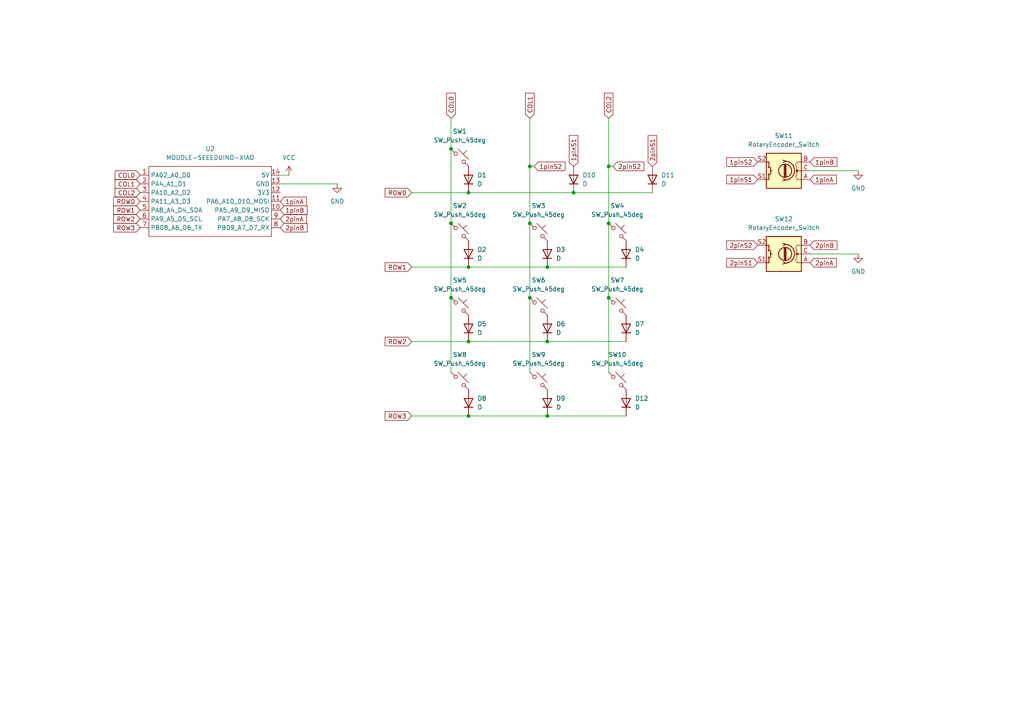
<source format=kicad_sch>
(kicad_sch
	(version 20231120)
	(generator "eeschema")
	(generator_version "8.0")
	(uuid "22a2d135-7815-4339-814c-dd4b45208a7f")
	(paper "A4")
	(lib_symbols
		(symbol "Device:D"
			(pin_numbers hide)
			(pin_names
				(offset 1.016) hide)
			(exclude_from_sim no)
			(in_bom yes)
			(on_board yes)
			(property "Reference" "D"
				(at 0 2.54 0)
				(effects
					(font
						(size 1.27 1.27)
					)
				)
			)
			(property "Value" "D"
				(at 0 -2.54 0)
				(effects
					(font
						(size 1.27 1.27)
					)
				)
			)
			(property "Footprint" ""
				(at 0 0 0)
				(effects
					(font
						(size 1.27 1.27)
					)
					(hide yes)
				)
			)
			(property "Datasheet" "~"
				(at 0 0 0)
				(effects
					(font
						(size 1.27 1.27)
					)
					(hide yes)
				)
			)
			(property "Description" "Diode"
				(at 0 0 0)
				(effects
					(font
						(size 1.27 1.27)
					)
					(hide yes)
				)
			)
			(property "Sim.Device" "D"
				(at 0 0 0)
				(effects
					(font
						(size 1.27 1.27)
					)
					(hide yes)
				)
			)
			(property "Sim.Pins" "1=K 2=A"
				(at 0 0 0)
				(effects
					(font
						(size 1.27 1.27)
					)
					(hide yes)
				)
			)
			(property "ki_keywords" "diode"
				(at 0 0 0)
				(effects
					(font
						(size 1.27 1.27)
					)
					(hide yes)
				)
			)
			(property "ki_fp_filters" "TO-???* *_Diode_* *SingleDiode* D_*"
				(at 0 0 0)
				(effects
					(font
						(size 1.27 1.27)
					)
					(hide yes)
				)
			)
			(symbol "D_0_1"
				(polyline
					(pts
						(xy -1.27 1.27) (xy -1.27 -1.27)
					)
					(stroke
						(width 0.254)
						(type default)
					)
					(fill
						(type none)
					)
				)
				(polyline
					(pts
						(xy 1.27 0) (xy -1.27 0)
					)
					(stroke
						(width 0)
						(type default)
					)
					(fill
						(type none)
					)
				)
				(polyline
					(pts
						(xy 1.27 1.27) (xy 1.27 -1.27) (xy -1.27 0) (xy 1.27 1.27)
					)
					(stroke
						(width 0.254)
						(type default)
					)
					(fill
						(type none)
					)
				)
			)
			(symbol "D_1_1"
				(pin passive line
					(at -3.81 0 0)
					(length 2.54)
					(name "K"
						(effects
							(font
								(size 1.27 1.27)
							)
						)
					)
					(number "1"
						(effects
							(font
								(size 1.27 1.27)
							)
						)
					)
				)
				(pin passive line
					(at 3.81 0 180)
					(length 2.54)
					(name "A"
						(effects
							(font
								(size 1.27 1.27)
							)
						)
					)
					(number "2"
						(effects
							(font
								(size 1.27 1.27)
							)
						)
					)
				)
			)
		)
		(symbol "Device:RotaryEncoder_Switch"
			(pin_names
				(offset 0.254) hide)
			(exclude_from_sim no)
			(in_bom yes)
			(on_board yes)
			(property "Reference" "SW"
				(at 0 6.604 0)
				(effects
					(font
						(size 1.27 1.27)
					)
				)
			)
			(property "Value" "RotaryEncoder_Switch"
				(at 0 -6.604 0)
				(effects
					(font
						(size 1.27 1.27)
					)
				)
			)
			(property "Footprint" ""
				(at -3.81 4.064 0)
				(effects
					(font
						(size 1.27 1.27)
					)
					(hide yes)
				)
			)
			(property "Datasheet" "~"
				(at 0 6.604 0)
				(effects
					(font
						(size 1.27 1.27)
					)
					(hide yes)
				)
			)
			(property "Description" "Rotary encoder, dual channel, incremental quadrate outputs, with switch"
				(at 0 0 0)
				(effects
					(font
						(size 1.27 1.27)
					)
					(hide yes)
				)
			)
			(property "ki_keywords" "rotary switch encoder switch push button"
				(at 0 0 0)
				(effects
					(font
						(size 1.27 1.27)
					)
					(hide yes)
				)
			)
			(property "ki_fp_filters" "RotaryEncoder*Switch*"
				(at 0 0 0)
				(effects
					(font
						(size 1.27 1.27)
					)
					(hide yes)
				)
			)
			(symbol "RotaryEncoder_Switch_0_1"
				(rectangle
					(start -5.08 5.08)
					(end 5.08 -5.08)
					(stroke
						(width 0.254)
						(type default)
					)
					(fill
						(type background)
					)
				)
				(circle
					(center -3.81 0)
					(radius 0.254)
					(stroke
						(width 0)
						(type default)
					)
					(fill
						(type outline)
					)
				)
				(circle
					(center -0.381 0)
					(radius 1.905)
					(stroke
						(width 0.254)
						(type default)
					)
					(fill
						(type none)
					)
				)
				(arc
					(start -0.381 2.667)
					(mid -3.0988 -0.0635)
					(end -0.381 -2.794)
					(stroke
						(width 0.254)
						(type default)
					)
					(fill
						(type none)
					)
				)
				(polyline
					(pts
						(xy -0.635 -1.778) (xy -0.635 1.778)
					)
					(stroke
						(width 0.254)
						(type default)
					)
					(fill
						(type none)
					)
				)
				(polyline
					(pts
						(xy -0.381 -1.778) (xy -0.381 1.778)
					)
					(stroke
						(width 0.254)
						(type default)
					)
					(fill
						(type none)
					)
				)
				(polyline
					(pts
						(xy -0.127 1.778) (xy -0.127 -1.778)
					)
					(stroke
						(width 0.254)
						(type default)
					)
					(fill
						(type none)
					)
				)
				(polyline
					(pts
						(xy 3.81 0) (xy 3.429 0)
					)
					(stroke
						(width 0.254)
						(type default)
					)
					(fill
						(type none)
					)
				)
				(polyline
					(pts
						(xy 3.81 1.016) (xy 3.81 -1.016)
					)
					(stroke
						(width 0.254)
						(type default)
					)
					(fill
						(type none)
					)
				)
				(polyline
					(pts
						(xy -5.08 -2.54) (xy -3.81 -2.54) (xy -3.81 -2.032)
					)
					(stroke
						(width 0)
						(type default)
					)
					(fill
						(type none)
					)
				)
				(polyline
					(pts
						(xy -5.08 2.54) (xy -3.81 2.54) (xy -3.81 2.032)
					)
					(stroke
						(width 0)
						(type default)
					)
					(fill
						(type none)
					)
				)
				(polyline
					(pts
						(xy 0.254 -3.048) (xy -0.508 -2.794) (xy 0.127 -2.413)
					)
					(stroke
						(width 0.254)
						(type default)
					)
					(fill
						(type none)
					)
				)
				(polyline
					(pts
						(xy 0.254 2.921) (xy -0.508 2.667) (xy 0.127 2.286)
					)
					(stroke
						(width 0.254)
						(type default)
					)
					(fill
						(type none)
					)
				)
				(polyline
					(pts
						(xy 5.08 -2.54) (xy 4.318 -2.54) (xy 4.318 -1.016)
					)
					(stroke
						(width 0.254)
						(type default)
					)
					(fill
						(type none)
					)
				)
				(polyline
					(pts
						(xy 5.08 2.54) (xy 4.318 2.54) (xy 4.318 1.016)
					)
					(stroke
						(width 0.254)
						(type default)
					)
					(fill
						(type none)
					)
				)
				(polyline
					(pts
						(xy -5.08 0) (xy -3.81 0) (xy -3.81 -1.016) (xy -3.302 -2.032)
					)
					(stroke
						(width 0)
						(type default)
					)
					(fill
						(type none)
					)
				)
				(polyline
					(pts
						(xy -4.318 0) (xy -3.81 0) (xy -3.81 1.016) (xy -3.302 2.032)
					)
					(stroke
						(width 0)
						(type default)
					)
					(fill
						(type none)
					)
				)
				(circle
					(center 4.318 -1.016)
					(radius 0.127)
					(stroke
						(width 0.254)
						(type default)
					)
					(fill
						(type none)
					)
				)
				(circle
					(center 4.318 1.016)
					(radius 0.127)
					(stroke
						(width 0.254)
						(type default)
					)
					(fill
						(type none)
					)
				)
			)
			(symbol "RotaryEncoder_Switch_1_1"
				(pin passive line
					(at -7.62 2.54 0)
					(length 2.54)
					(name "A"
						(effects
							(font
								(size 1.27 1.27)
							)
						)
					)
					(number "A"
						(effects
							(font
								(size 1.27 1.27)
							)
						)
					)
				)
				(pin passive line
					(at -7.62 -2.54 0)
					(length 2.54)
					(name "B"
						(effects
							(font
								(size 1.27 1.27)
							)
						)
					)
					(number "B"
						(effects
							(font
								(size 1.27 1.27)
							)
						)
					)
				)
				(pin passive line
					(at -7.62 0 0)
					(length 2.54)
					(name "C"
						(effects
							(font
								(size 1.27 1.27)
							)
						)
					)
					(number "C"
						(effects
							(font
								(size 1.27 1.27)
							)
						)
					)
				)
				(pin passive line
					(at 7.62 2.54 180)
					(length 2.54)
					(name "S1"
						(effects
							(font
								(size 1.27 1.27)
							)
						)
					)
					(number "S1"
						(effects
							(font
								(size 1.27 1.27)
							)
						)
					)
				)
				(pin passive line
					(at 7.62 -2.54 180)
					(length 2.54)
					(name "S2"
						(effects
							(font
								(size 1.27 1.27)
							)
						)
					)
					(number "S2"
						(effects
							(font
								(size 1.27 1.27)
							)
						)
					)
				)
			)
		)
		(symbol "MOUDLE-SEEEDUINO-XIAO:MOUDLE-SEEEDUINO-XIAO"
			(exclude_from_sim no)
			(in_bom yes)
			(on_board yes)
			(property "Reference" "U"
				(at -16.51 11.43 0)
				(effects
					(font
						(size 1.27 1.27)
					)
				)
			)
			(property "Value" "MOUDLE-SEEEDUINO-XIAO"
				(at -3.81 -11.43 0)
				(effects
					(font
						(size 1.27 1.27)
					)
				)
			)
			(property "Footprint" ""
				(at -16.51 2.54 0)
				(effects
					(font
						(size 1.27 1.27)
					)
					(hide yes)
				)
			)
			(property "Datasheet" ""
				(at -16.51 2.54 0)
				(effects
					(font
						(size 1.27 1.27)
					)
					(hide yes)
				)
			)
			(property "Description" ""
				(at 0 0 0)
				(effects
					(font
						(size 1.27 1.27)
					)
					(hide yes)
				)
			)
			(symbol "MOUDLE-SEEEDUINO-XIAO_0_1"
				(rectangle
					(start -16.51 10.16)
					(end 19.05 -10.16)
					(stroke
						(width 0)
						(type default)
					)
					(fill
						(type none)
					)
				)
			)
			(symbol "MOUDLE-SEEEDUINO-XIAO_1_1"
				(pin passive line
					(at -19.05 7.62 0)
					(length 2.54)
					(name "PA02_A0_D0"
						(effects
							(font
								(size 1.27 1.27)
							)
						)
					)
					(number "1"
						(effects
							(font
								(size 1.27 1.27)
							)
						)
					)
				)
				(pin passive line
					(at 21.59 -2.54 180)
					(length 2.54)
					(name "PA5_A9_D9_MISO"
						(effects
							(font
								(size 1.27 1.27)
							)
						)
					)
					(number "10"
						(effects
							(font
								(size 1.27 1.27)
							)
						)
					)
				)
				(pin passive line
					(at 21.59 0 180)
					(length 2.54)
					(name "PA6_A10_D10_MOSI"
						(effects
							(font
								(size 1.27 1.27)
							)
						)
					)
					(number "11"
						(effects
							(font
								(size 1.27 1.27)
							)
						)
					)
				)
				(pin passive line
					(at 21.59 2.54 180)
					(length 2.54)
					(name "3V3"
						(effects
							(font
								(size 1.27 1.27)
							)
						)
					)
					(number "12"
						(effects
							(font
								(size 1.27 1.27)
							)
						)
					)
				)
				(pin passive line
					(at 21.59 5.08 180)
					(length 2.54)
					(name "GND"
						(effects
							(font
								(size 1.27 1.27)
							)
						)
					)
					(number "13"
						(effects
							(font
								(size 1.27 1.27)
							)
						)
					)
				)
				(pin passive line
					(at 21.59 7.62 180)
					(length 2.54)
					(name "5V"
						(effects
							(font
								(size 1.27 1.27)
							)
						)
					)
					(number "14"
						(effects
							(font
								(size 1.27 1.27)
							)
						)
					)
				)
				(pin passive line
					(at -19.05 5.08 0)
					(length 2.54)
					(name "PA4_A1_D1"
						(effects
							(font
								(size 1.27 1.27)
							)
						)
					)
					(number "2"
						(effects
							(font
								(size 1.27 1.27)
							)
						)
					)
				)
				(pin passive line
					(at -19.05 2.54 0)
					(length 2.54)
					(name "PA10_A2_D2"
						(effects
							(font
								(size 1.27 1.27)
							)
						)
					)
					(number "3"
						(effects
							(font
								(size 1.27 1.27)
							)
						)
					)
				)
				(pin passive line
					(at -19.05 0 0)
					(length 2.54)
					(name "PA11_A3_D3"
						(effects
							(font
								(size 1.27 1.27)
							)
						)
					)
					(number "4"
						(effects
							(font
								(size 1.27 1.27)
							)
						)
					)
				)
				(pin passive line
					(at -19.05 -2.54 0)
					(length 2.54)
					(name "PA8_A4_D4_SDA"
						(effects
							(font
								(size 1.27 1.27)
							)
						)
					)
					(number "5"
						(effects
							(font
								(size 1.27 1.27)
							)
						)
					)
				)
				(pin passive line
					(at -19.05 -5.08 0)
					(length 2.54)
					(name "PA9_A5_D5_SCL"
						(effects
							(font
								(size 1.27 1.27)
							)
						)
					)
					(number "6"
						(effects
							(font
								(size 1.27 1.27)
							)
						)
					)
				)
				(pin passive line
					(at -19.05 -7.62 0)
					(length 2.54)
					(name "PB08_A6_D6_TX"
						(effects
							(font
								(size 1.27 1.27)
							)
						)
					)
					(number "7"
						(effects
							(font
								(size 1.27 1.27)
							)
						)
					)
				)
				(pin passive line
					(at 21.59 -7.62 180)
					(length 2.54)
					(name "PB09_A7_D7_RX"
						(effects
							(font
								(size 1.27 1.27)
							)
						)
					)
					(number "8"
						(effects
							(font
								(size 1.27 1.27)
							)
						)
					)
				)
				(pin passive line
					(at 21.59 -5.08 180)
					(length 2.54)
					(name "PA7_A8_D8_SCK"
						(effects
							(font
								(size 1.27 1.27)
							)
						)
					)
					(number "9"
						(effects
							(font
								(size 1.27 1.27)
							)
						)
					)
				)
			)
		)
		(symbol "Switch:SW_Push_45deg"
			(pin_numbers hide)
			(pin_names
				(offset 1.016) hide)
			(exclude_from_sim no)
			(in_bom yes)
			(on_board yes)
			(property "Reference" "SW"
				(at 3.048 1.016 0)
				(effects
					(font
						(size 1.27 1.27)
					)
					(justify left)
				)
			)
			(property "Value" "SW_Push_45deg"
				(at 0 -3.81 0)
				(effects
					(font
						(size 1.27 1.27)
					)
				)
			)
			(property "Footprint" ""
				(at 0 0 0)
				(effects
					(font
						(size 1.27 1.27)
					)
					(hide yes)
				)
			)
			(property "Datasheet" "~"
				(at 0 0 0)
				(effects
					(font
						(size 1.27 1.27)
					)
					(hide yes)
				)
			)
			(property "Description" "Push button switch, normally open, two pins, 45° tilted"
				(at 0 0 0)
				(effects
					(font
						(size 1.27 1.27)
					)
					(hide yes)
				)
			)
			(property "ki_keywords" "switch normally-open pushbutton push-button"
				(at 0 0 0)
				(effects
					(font
						(size 1.27 1.27)
					)
					(hide yes)
				)
			)
			(symbol "SW_Push_45deg_0_1"
				(circle
					(center -1.1684 1.1684)
					(radius 0.508)
					(stroke
						(width 0)
						(type default)
					)
					(fill
						(type none)
					)
				)
				(polyline
					(pts
						(xy -0.508 2.54) (xy 2.54 -0.508)
					)
					(stroke
						(width 0)
						(type default)
					)
					(fill
						(type none)
					)
				)
				(polyline
					(pts
						(xy 1.016 1.016) (xy 2.032 2.032)
					)
					(stroke
						(width 0)
						(type default)
					)
					(fill
						(type none)
					)
				)
				(polyline
					(pts
						(xy -2.54 2.54) (xy -1.524 1.524) (xy -1.524 1.524)
					)
					(stroke
						(width 0)
						(type default)
					)
					(fill
						(type none)
					)
				)
				(polyline
					(pts
						(xy 1.524 -1.524) (xy 2.54 -2.54) (xy 2.54 -2.54) (xy 2.54 -2.54)
					)
					(stroke
						(width 0)
						(type default)
					)
					(fill
						(type none)
					)
				)
				(circle
					(center 1.143 -1.1938)
					(radius 0.508)
					(stroke
						(width 0)
						(type default)
					)
					(fill
						(type none)
					)
				)
				(pin passive line
					(at -2.54 2.54 0)
					(length 0)
					(name "1"
						(effects
							(font
								(size 1.27 1.27)
							)
						)
					)
					(number "1"
						(effects
							(font
								(size 1.27 1.27)
							)
						)
					)
				)
				(pin passive line
					(at 2.54 -2.54 180)
					(length 0)
					(name "2"
						(effects
							(font
								(size 1.27 1.27)
							)
						)
					)
					(number "2"
						(effects
							(font
								(size 1.27 1.27)
							)
						)
					)
				)
			)
		)
		(symbol "power:GND"
			(power)
			(pin_numbers hide)
			(pin_names
				(offset 0) hide)
			(exclude_from_sim no)
			(in_bom yes)
			(on_board yes)
			(property "Reference" "#PWR"
				(at 0 -6.35 0)
				(effects
					(font
						(size 1.27 1.27)
					)
					(hide yes)
				)
			)
			(property "Value" "GND"
				(at 0 -3.81 0)
				(effects
					(font
						(size 1.27 1.27)
					)
				)
			)
			(property "Footprint" ""
				(at 0 0 0)
				(effects
					(font
						(size 1.27 1.27)
					)
					(hide yes)
				)
			)
			(property "Datasheet" ""
				(at 0 0 0)
				(effects
					(font
						(size 1.27 1.27)
					)
					(hide yes)
				)
			)
			(property "Description" "Power symbol creates a global label with name \"GND\" , ground"
				(at 0 0 0)
				(effects
					(font
						(size 1.27 1.27)
					)
					(hide yes)
				)
			)
			(property "ki_keywords" "global power"
				(at 0 0 0)
				(effects
					(font
						(size 1.27 1.27)
					)
					(hide yes)
				)
			)
			(symbol "GND_0_1"
				(polyline
					(pts
						(xy 0 0) (xy 0 -1.27) (xy 1.27 -1.27) (xy 0 -2.54) (xy -1.27 -1.27) (xy 0 -1.27)
					)
					(stroke
						(width 0)
						(type default)
					)
					(fill
						(type none)
					)
				)
			)
			(symbol "GND_1_1"
				(pin power_in line
					(at 0 0 270)
					(length 0)
					(name "~"
						(effects
							(font
								(size 1.27 1.27)
							)
						)
					)
					(number "1"
						(effects
							(font
								(size 1.27 1.27)
							)
						)
					)
				)
			)
		)
		(symbol "power:VCC"
			(power)
			(pin_numbers hide)
			(pin_names
				(offset 0) hide)
			(exclude_from_sim no)
			(in_bom yes)
			(on_board yes)
			(property "Reference" "#PWR"
				(at 0 -3.81 0)
				(effects
					(font
						(size 1.27 1.27)
					)
					(hide yes)
				)
			)
			(property "Value" "VCC"
				(at 0 3.556 0)
				(effects
					(font
						(size 1.27 1.27)
					)
				)
			)
			(property "Footprint" ""
				(at 0 0 0)
				(effects
					(font
						(size 1.27 1.27)
					)
					(hide yes)
				)
			)
			(property "Datasheet" ""
				(at 0 0 0)
				(effects
					(font
						(size 1.27 1.27)
					)
					(hide yes)
				)
			)
			(property "Description" "Power symbol creates a global label with name \"VCC\""
				(at 0 0 0)
				(effects
					(font
						(size 1.27 1.27)
					)
					(hide yes)
				)
			)
			(property "ki_keywords" "global power"
				(at 0 0 0)
				(effects
					(font
						(size 1.27 1.27)
					)
					(hide yes)
				)
			)
			(symbol "VCC_0_1"
				(polyline
					(pts
						(xy -0.762 1.27) (xy 0 2.54)
					)
					(stroke
						(width 0)
						(type default)
					)
					(fill
						(type none)
					)
				)
				(polyline
					(pts
						(xy 0 0) (xy 0 2.54)
					)
					(stroke
						(width 0)
						(type default)
					)
					(fill
						(type none)
					)
				)
				(polyline
					(pts
						(xy 0 2.54) (xy 0.762 1.27)
					)
					(stroke
						(width 0)
						(type default)
					)
					(fill
						(type none)
					)
				)
			)
			(symbol "VCC_1_1"
				(pin power_in line
					(at 0 0 90)
					(length 0)
					(name "~"
						(effects
							(font
								(size 1.27 1.27)
							)
						)
					)
					(number "1"
						(effects
							(font
								(size 1.27 1.27)
							)
						)
					)
				)
			)
		)
	)
	(junction
		(at 158.75 99.06)
		(diameter 0)
		(color 0 0 0 0)
		(uuid "05bc1832-7718-491c-993f-47f76b4ca45a")
	)
	(junction
		(at 135.89 120.65)
		(diameter 0)
		(color 0 0 0 0)
		(uuid "1dd8f438-7b38-4128-a475-4d0ae5c64420")
	)
	(junction
		(at 130.81 86.36)
		(diameter 0)
		(color 0 0 0 0)
		(uuid "2ad3554e-f070-413e-bb73-645374f684b1")
	)
	(junction
		(at 153.67 64.77)
		(diameter 0)
		(color 0 0 0 0)
		(uuid "40bee657-6c07-46b9-8cda-35c1ad647794")
	)
	(junction
		(at 158.75 77.47)
		(diameter 0)
		(color 0 0 0 0)
		(uuid "41a5ff66-9df5-4b0e-96df-d2904483f718")
	)
	(junction
		(at 166.37 55.88)
		(diameter 0)
		(color 0 0 0 0)
		(uuid "4511f103-9b3d-4d7c-968b-62c084b6f977")
	)
	(junction
		(at 135.89 99.06)
		(diameter 0)
		(color 0 0 0 0)
		(uuid "498ee5ef-1b39-4e2b-92e0-c886b9412057")
	)
	(junction
		(at 153.67 48.26)
		(diameter 0)
		(color 0 0 0 0)
		(uuid "5bf2caa7-3444-40e2-8047-c4278645d9cb")
	)
	(junction
		(at 176.53 86.36)
		(diameter 0)
		(color 0 0 0 0)
		(uuid "810b7029-db57-4ba5-ba8f-37f292e0f6f8")
	)
	(junction
		(at 176.53 64.77)
		(diameter 0)
		(color 0 0 0 0)
		(uuid "87339554-d7d7-459e-a9f1-b60717aeaa33")
	)
	(junction
		(at 135.89 55.88)
		(diameter 0)
		(color 0 0 0 0)
		(uuid "8ad91536-81a3-4105-9f28-9188f0cf641c")
	)
	(junction
		(at 176.53 48.26)
		(diameter 0)
		(color 0 0 0 0)
		(uuid "d06664f7-670c-4911-9f9f-4718f8adcf00")
	)
	(junction
		(at 130.81 43.18)
		(diameter 0)
		(color 0 0 0 0)
		(uuid "dab8241a-21e3-46ed-b4c5-8de649ea3462")
	)
	(junction
		(at 135.89 77.47)
		(diameter 0)
		(color 0 0 0 0)
		(uuid "dd34e500-1ddb-4a42-9056-104687e27fa8")
	)
	(junction
		(at 158.75 120.65)
		(diameter 0)
		(color 0 0 0 0)
		(uuid "e40a2f0e-e0c5-48d9-ac82-8174ce376978")
	)
	(junction
		(at 130.81 64.77)
		(diameter 0)
		(color 0 0 0 0)
		(uuid "e75304eb-90ab-4cc2-9a1b-41c125350c75")
	)
	(junction
		(at 153.67 86.36)
		(diameter 0)
		(color 0 0 0 0)
		(uuid "f31f40c7-9611-407f-8453-0bcf8f52a865")
	)
	(wire
		(pts
			(xy 130.81 86.36) (xy 130.81 107.95)
		)
		(stroke
			(width 0)
			(type default)
		)
		(uuid "030d0b07-850f-4bf0-96cc-c33fea49f775")
	)
	(wire
		(pts
			(xy 176.53 86.36) (xy 176.53 107.95)
		)
		(stroke
			(width 0)
			(type default)
		)
		(uuid "111d8304-3bff-47d6-b2e1-1c91ab27b1d1")
	)
	(wire
		(pts
			(xy 153.67 48.26) (xy 153.67 64.77)
		)
		(stroke
			(width 0)
			(type default)
		)
		(uuid "11aa7db6-7374-4de9-8fde-4eb7ee07dea5")
	)
	(wire
		(pts
			(xy 119.38 55.88) (xy 135.89 55.88)
		)
		(stroke
			(width 0)
			(type default)
		)
		(uuid "1200c812-e48c-46e5-b1e9-9cc578f43b69")
	)
	(wire
		(pts
			(xy 135.89 120.65) (xy 158.75 120.65)
		)
		(stroke
			(width 0)
			(type default)
		)
		(uuid "207e9aef-3e2f-4966-b419-6ff1facb65ab")
	)
	(wire
		(pts
			(xy 234.95 49.53) (xy 248.92 49.53)
		)
		(stroke
			(width 0)
			(type default)
		)
		(uuid "2f307721-a8dd-4de8-9df3-1f9c12815c0d")
	)
	(wire
		(pts
			(xy 153.67 34.29) (xy 153.67 48.26)
		)
		(stroke
			(width 0)
			(type default)
		)
		(uuid "3ef118d1-627f-4998-aa63-2108db2d68c2")
	)
	(wire
		(pts
			(xy 135.89 99.06) (xy 158.75 99.06)
		)
		(stroke
			(width 0)
			(type default)
		)
		(uuid "4520f89a-9746-437e-b238-88c883bdb85e")
	)
	(wire
		(pts
			(xy 158.75 99.06) (xy 181.61 99.06)
		)
		(stroke
			(width 0)
			(type default)
		)
		(uuid "4b27f3fa-55d7-407c-96a3-c8636d6451aa")
	)
	(wire
		(pts
			(xy 81.28 50.8) (xy 83.82 50.8)
		)
		(stroke
			(width 0)
			(type default)
		)
		(uuid "4bb21215-f334-4c71-a901-8f3c3d990c52")
	)
	(wire
		(pts
			(xy 154.94 48.26) (xy 153.67 48.26)
		)
		(stroke
			(width 0)
			(type default)
		)
		(uuid "4f367cb4-f0b6-452a-a4d7-985fab589acc")
	)
	(wire
		(pts
			(xy 130.81 43.18) (xy 130.81 64.77)
		)
		(stroke
			(width 0)
			(type default)
		)
		(uuid "548da0fe-6c3b-429f-a069-0272e5083094")
	)
	(wire
		(pts
			(xy 176.53 48.26) (xy 176.53 64.77)
		)
		(stroke
			(width 0)
			(type default)
		)
		(uuid "5fe3cc41-9c66-4cae-a872-ade483499fb9")
	)
	(wire
		(pts
			(xy 81.28 53.34) (xy 97.79 53.34)
		)
		(stroke
			(width 0)
			(type default)
		)
		(uuid "60a83011-785e-41f4-b48e-57ada24d4b28")
	)
	(wire
		(pts
			(xy 130.81 64.77) (xy 130.81 86.36)
		)
		(stroke
			(width 0)
			(type default)
		)
		(uuid "77acacea-f210-4f16-b50e-0577e6071abe")
	)
	(wire
		(pts
			(xy 153.67 64.77) (xy 153.67 86.36)
		)
		(stroke
			(width 0)
			(type default)
		)
		(uuid "85dee09d-18b7-455d-a858-9cea62c0bf9c")
	)
	(wire
		(pts
			(xy 135.89 77.47) (xy 158.75 77.47)
		)
		(stroke
			(width 0)
			(type default)
		)
		(uuid "9758a3cb-a49d-4f2f-96a6-ced3bd4f92ed")
	)
	(wire
		(pts
			(xy 119.38 120.65) (xy 135.89 120.65)
		)
		(stroke
			(width 0)
			(type default)
		)
		(uuid "9a0bebf7-f80e-4875-b160-3720fe833506")
	)
	(wire
		(pts
			(xy 130.81 34.29) (xy 130.81 43.18)
		)
		(stroke
			(width 0)
			(type default)
		)
		(uuid "9b37ef93-0231-45e5-99a4-cfa07d156223")
	)
	(wire
		(pts
			(xy 153.67 86.36) (xy 153.67 107.95)
		)
		(stroke
			(width 0)
			(type default)
		)
		(uuid "9d121fc1-37c1-4ba1-943a-1b3a4eef3d1d")
	)
	(wire
		(pts
			(xy 177.8 48.26) (xy 176.53 48.26)
		)
		(stroke
			(width 0)
			(type default)
		)
		(uuid "afc23a54-5c58-4b72-a69c-5b0d73cbc119")
	)
	(wire
		(pts
			(xy 119.38 77.47) (xy 135.89 77.47)
		)
		(stroke
			(width 0)
			(type default)
		)
		(uuid "b49c269e-3b6b-43bb-b5d6-9d1575b2f750")
	)
	(wire
		(pts
			(xy 176.53 64.77) (xy 176.53 86.36)
		)
		(stroke
			(width 0)
			(type default)
		)
		(uuid "b6047f4a-57ab-45e3-b621-ac8bfaa5f787")
	)
	(wire
		(pts
			(xy 176.53 34.29) (xy 176.53 48.26)
		)
		(stroke
			(width 0)
			(type default)
		)
		(uuid "b6eeb0d2-7507-4848-aefa-524ca535f683")
	)
	(wire
		(pts
			(xy 135.89 55.88) (xy 166.37 55.88)
		)
		(stroke
			(width 0)
			(type default)
		)
		(uuid "bddf0026-cdb7-4100-a6ff-30cd9c69fa8b")
	)
	(wire
		(pts
			(xy 234.95 73.66) (xy 248.92 73.66)
		)
		(stroke
			(width 0)
			(type default)
		)
		(uuid "d00b8ef2-751d-40c1-a434-5b12a95f97d7")
	)
	(wire
		(pts
			(xy 119.38 99.06) (xy 135.89 99.06)
		)
		(stroke
			(width 0)
			(type default)
		)
		(uuid "d78710cf-24ef-4c1c-b5e3-07a2048fc0f5")
	)
	(wire
		(pts
			(xy 166.37 55.88) (xy 189.23 55.88)
		)
		(stroke
			(width 0)
			(type default)
		)
		(uuid "e352728e-1772-4652-b8d4-668c93bf65b3")
	)
	(wire
		(pts
			(xy 158.75 120.65) (xy 181.61 120.65)
		)
		(stroke
			(width 0)
			(type default)
		)
		(uuid "ef65ee63-c138-4221-9e9b-99d35c3dc577")
	)
	(wire
		(pts
			(xy 158.75 77.47) (xy 181.61 77.47)
		)
		(stroke
			(width 0)
			(type default)
		)
		(uuid "f9dddfbb-fa99-4f8a-a523-b8b0bcb72b80")
	)
	(global_label "COL2"
		(shape input)
		(at 176.53 34.29 90)
		(fields_autoplaced yes)
		(effects
			(font
				(size 1.27 1.27)
			)
			(justify left)
		)
		(uuid "184f7c76-6dca-4147-b719-92f293b921dd")
		(property "Intersheetrefs" "${INTERSHEET_REFS}"
			(at 176.53 26.4667 90)
			(effects
				(font
					(size 1.27 1.27)
				)
				(justify left)
				(hide yes)
			)
		)
	)
	(global_label "1pinS1"
		(shape input)
		(at 166.37 48.26 90)
		(fields_autoplaced yes)
		(effects
			(font
				(size 1.27 1.27)
			)
			(justify left)
		)
		(uuid "1cecf563-e16d-4571-b981-965783686df0")
		(property "Intersheetrefs" "${INTERSHEET_REFS}"
			(at 166.37 38.7435 90)
			(effects
				(font
					(size 1.27 1.27)
				)
				(justify left)
				(hide yes)
			)
		)
	)
	(global_label "1pinA"
		(shape input)
		(at 81.28 58.42 0)
		(fields_autoplaced yes)
		(effects
			(font
				(size 1.27 1.27)
			)
			(justify left)
		)
		(uuid "276730d2-06f5-4395-aac1-678adaf1ad3a")
		(property "Intersheetrefs" "${INTERSHEET_REFS}"
			(at 89.4661 58.42 0)
			(effects
				(font
					(size 1.27 1.27)
				)
				(justify left)
				(hide yes)
			)
		)
	)
	(global_label "COL0"
		(shape input)
		(at 40.64 50.8 180)
		(fields_autoplaced yes)
		(effects
			(font
				(size 1.27 1.27)
			)
			(justify right)
		)
		(uuid "2c8f5568-bf33-4ee4-acea-4164cba22e99")
		(property "Intersheetrefs" "${INTERSHEET_REFS}"
			(at 32.8167 50.8 0)
			(effects
				(font
					(size 1.27 1.27)
				)
				(justify right)
				(hide yes)
			)
		)
	)
	(global_label "ROW3"
		(shape input)
		(at 40.64 66.04 180)
		(fields_autoplaced yes)
		(effects
			(font
				(size 1.27 1.27)
			)
			(justify right)
		)
		(uuid "2c95be3c-6f67-4231-9bc8-1e29ee78a953")
		(property "Intersheetrefs" "${INTERSHEET_REFS}"
			(at 32.3934 66.04 0)
			(effects
				(font
					(size 1.27 1.27)
				)
				(justify right)
				(hide yes)
			)
		)
	)
	(global_label "1pinS2"
		(shape input)
		(at 219.71 46.99 180)
		(fields_autoplaced yes)
		(effects
			(font
				(size 1.27 1.27)
			)
			(justify right)
		)
		(uuid "3dedf50d-8796-4c1f-86e9-95ad1df77a16")
		(property "Intersheetrefs" "${INTERSHEET_REFS}"
			(at 210.1935 46.99 0)
			(effects
				(font
					(size 1.27 1.27)
				)
				(justify right)
				(hide yes)
			)
		)
	)
	(global_label "ROW1"
		(shape input)
		(at 119.38 77.47 180)
		(fields_autoplaced yes)
		(effects
			(font
				(size 1.27 1.27)
			)
			(justify right)
		)
		(uuid "426c942f-fdd7-4145-9c54-e4115ddcb4d0")
		(property "Intersheetrefs" "${INTERSHEET_REFS}"
			(at 111.1334 77.47 0)
			(effects
				(font
					(size 1.27 1.27)
				)
				(justify right)
				(hide yes)
			)
		)
	)
	(global_label "1pinB"
		(shape input)
		(at 234.95 46.99 0)
		(fields_autoplaced yes)
		(effects
			(font
				(size 1.27 1.27)
			)
			(justify left)
		)
		(uuid "4c66bb18-133a-4dfb-9e39-d71f51822b67")
		(property "Intersheetrefs" "${INTERSHEET_REFS}"
			(at 243.3175 46.99 0)
			(effects
				(font
					(size 1.27 1.27)
				)
				(justify left)
				(hide yes)
			)
		)
	)
	(global_label "ROW0"
		(shape input)
		(at 40.64 58.42 180)
		(fields_autoplaced yes)
		(effects
			(font
				(size 1.27 1.27)
			)
			(justify right)
		)
		(uuid "50ae44e1-d6ad-45da-8407-39426304b870")
		(property "Intersheetrefs" "${INTERSHEET_REFS}"
			(at 32.3934 58.42 0)
			(effects
				(font
					(size 1.27 1.27)
				)
				(justify right)
				(hide yes)
			)
		)
	)
	(global_label "ROW0"
		(shape input)
		(at 119.38 55.88 180)
		(fields_autoplaced yes)
		(effects
			(font
				(size 1.27 1.27)
			)
			(justify right)
		)
		(uuid "6662197d-56b4-4029-878f-52a0815efc8b")
		(property "Intersheetrefs" "${INTERSHEET_REFS}"
			(at 111.1334 55.88 0)
			(effects
				(font
					(size 1.27 1.27)
				)
				(justify right)
				(hide yes)
			)
		)
	)
	(global_label "COL1"
		(shape input)
		(at 40.64 53.34 180)
		(fields_autoplaced yes)
		(effects
			(font
				(size 1.27 1.27)
			)
			(justify right)
		)
		(uuid "708b5873-8949-485b-89aa-e33703b013d5")
		(property "Intersheetrefs" "${INTERSHEET_REFS}"
			(at 32.8167 53.34 0)
			(effects
				(font
					(size 1.27 1.27)
				)
				(justify right)
				(hide yes)
			)
		)
	)
	(global_label "ROW2"
		(shape input)
		(at 119.38 99.06 180)
		(fields_autoplaced yes)
		(effects
			(font
				(size 1.27 1.27)
			)
			(justify right)
		)
		(uuid "744e1e69-20d4-4008-8921-995b12288878")
		(property "Intersheetrefs" "${INTERSHEET_REFS}"
			(at 111.1334 99.06 0)
			(effects
				(font
					(size 1.27 1.27)
				)
				(justify right)
				(hide yes)
			)
		)
	)
	(global_label "1pinS1"
		(shape input)
		(at 219.71 52.07 180)
		(fields_autoplaced yes)
		(effects
			(font
				(size 1.27 1.27)
			)
			(justify right)
		)
		(uuid "83bb0a09-46e3-484a-acbe-28be2e57bb60")
		(property "Intersheetrefs" "${INTERSHEET_REFS}"
			(at 210.1935 52.07 0)
			(effects
				(font
					(size 1.27 1.27)
				)
				(justify right)
				(hide yes)
			)
		)
	)
	(global_label "2pinA"
		(shape input)
		(at 81.28 63.5 0)
		(fields_autoplaced yes)
		(effects
			(font
				(size 1.27 1.27)
			)
			(justify left)
		)
		(uuid "84282933-7d70-4a5d-a563-af507f54bb14")
		(property "Intersheetrefs" "${INTERSHEET_REFS}"
			(at 89.4661 63.5 0)
			(effects
				(font
					(size 1.27 1.27)
				)
				(justify left)
				(hide yes)
			)
		)
	)
	(global_label "1pinB"
		(shape input)
		(at 81.28 60.96 0)
		(fields_autoplaced yes)
		(effects
			(font
				(size 1.27 1.27)
			)
			(justify left)
		)
		(uuid "869453ec-cee7-41db-a5dd-eb710c8d6cb3")
		(property "Intersheetrefs" "${INTERSHEET_REFS}"
			(at 89.6475 60.96 0)
			(effects
				(font
					(size 1.27 1.27)
				)
				(justify left)
				(hide yes)
			)
		)
	)
	(global_label "COL1"
		(shape input)
		(at 153.67 34.29 90)
		(fields_autoplaced yes)
		(effects
			(font
				(size 1.27 1.27)
			)
			(justify left)
		)
		(uuid "87589689-b8c0-482c-9a2f-eaad97ad88d8")
		(property "Intersheetrefs" "${INTERSHEET_REFS}"
			(at 153.67 26.4667 90)
			(effects
				(font
					(size 1.27 1.27)
				)
				(justify left)
				(hide yes)
			)
		)
	)
	(global_label "COL0"
		(shape input)
		(at 130.81 34.29 90)
		(fields_autoplaced yes)
		(effects
			(font
				(size 1.27 1.27)
			)
			(justify left)
		)
		(uuid "8c8deca1-44ab-46de-8b7c-7bcc292810c3")
		(property "Intersheetrefs" "${INTERSHEET_REFS}"
			(at 130.81 26.4667 90)
			(effects
				(font
					(size 1.27 1.27)
				)
				(justify left)
				(hide yes)
			)
		)
	)
	(global_label "1pinA"
		(shape input)
		(at 234.95 52.07 0)
		(fields_autoplaced yes)
		(effects
			(font
				(size 1.27 1.27)
			)
			(justify left)
		)
		(uuid "90724aa2-b43b-4ffb-9eff-3deba91210de")
		(property "Intersheetrefs" "${INTERSHEET_REFS}"
			(at 243.1361 52.07 0)
			(effects
				(font
					(size 1.27 1.27)
				)
				(justify left)
				(hide yes)
			)
		)
	)
	(global_label "2pinA"
		(shape input)
		(at 234.95 76.2 0)
		(fields_autoplaced yes)
		(effects
			(font
				(size 1.27 1.27)
			)
			(justify left)
		)
		(uuid "a569cc15-b1c8-476f-b1c1-f931ab8a9f6e")
		(property "Intersheetrefs" "${INTERSHEET_REFS}"
			(at 243.1361 76.2 0)
			(effects
				(font
					(size 1.27 1.27)
				)
				(justify left)
				(hide yes)
			)
		)
	)
	(global_label "ROW3"
		(shape input)
		(at 119.38 120.65 180)
		(fields_autoplaced yes)
		(effects
			(font
				(size 1.27 1.27)
			)
			(justify right)
		)
		(uuid "a8497f4c-2ebb-486d-9c12-99788e76dcf5")
		(property "Intersheetrefs" "${INTERSHEET_REFS}"
			(at 111.1334 120.65 0)
			(effects
				(font
					(size 1.27 1.27)
				)
				(justify right)
				(hide yes)
			)
		)
	)
	(global_label "2pinB"
		(shape input)
		(at 81.28 66.04 0)
		(fields_autoplaced yes)
		(effects
			(font
				(size 1.27 1.27)
			)
			(justify left)
		)
		(uuid "b27a31fd-7ca6-427b-aafd-3bc27c823e27")
		(property "Intersheetrefs" "${INTERSHEET_REFS}"
			(at 89.6475 66.04 0)
			(effects
				(font
					(size 1.27 1.27)
				)
				(justify left)
				(hide yes)
			)
		)
	)
	(global_label "COL2"
		(shape input)
		(at 40.64 55.88 180)
		(fields_autoplaced yes)
		(effects
			(font
				(size 1.27 1.27)
			)
			(justify right)
		)
		(uuid "b446593f-4729-43a0-b5df-82b125b1133b")
		(property "Intersheetrefs" "${INTERSHEET_REFS}"
			(at 32.8167 55.88 0)
			(effects
				(font
					(size 1.27 1.27)
				)
				(justify right)
				(hide yes)
			)
		)
	)
	(global_label "2pinS2"
		(shape input)
		(at 219.71 71.12 180)
		(fields_autoplaced yes)
		(effects
			(font
				(size 1.27 1.27)
			)
			(justify right)
		)
		(uuid "ce59ed75-87c1-4ef4-9b63-b715de331ba2")
		(property "Intersheetrefs" "${INTERSHEET_REFS}"
			(at 210.1935 71.12 0)
			(effects
				(font
					(size 1.27 1.27)
				)
				(justify right)
				(hide yes)
			)
		)
	)
	(global_label "2pinB"
		(shape input)
		(at 234.95 71.12 0)
		(fields_autoplaced yes)
		(effects
			(font
				(size 1.27 1.27)
			)
			(justify left)
		)
		(uuid "d4565ee0-2235-4c25-9edb-c63906921105")
		(property "Intersheetrefs" "${INTERSHEET_REFS}"
			(at 243.3175 71.12 0)
			(effects
				(font
					(size 1.27 1.27)
				)
				(justify left)
				(hide yes)
			)
		)
	)
	(global_label "2pinS1"
		(shape input)
		(at 189.23 48.26 90)
		(fields_autoplaced yes)
		(effects
			(font
				(size 1.27 1.27)
			)
			(justify left)
		)
		(uuid "ea666d15-d663-4edf-a23c-4cfdfda09fb3")
		(property "Intersheetrefs" "${INTERSHEET_REFS}"
			(at 189.23 38.7435 90)
			(effects
				(font
					(size 1.27 1.27)
				)
				(justify left)
				(hide yes)
			)
		)
	)
	(global_label "2pinS1"
		(shape input)
		(at 219.71 76.2 180)
		(fields_autoplaced yes)
		(effects
			(font
				(size 1.27 1.27)
			)
			(justify right)
		)
		(uuid "eb9010bc-3377-4a2d-bf65-2c9a3545d825")
		(property "Intersheetrefs" "${INTERSHEET_REFS}"
			(at 210.1935 76.2 0)
			(effects
				(font
					(size 1.27 1.27)
				)
				(justify right)
				(hide yes)
			)
		)
	)
	(global_label "1pinS2"
		(shape input)
		(at 154.94 48.26 0)
		(fields_autoplaced yes)
		(effects
			(font
				(size 1.27 1.27)
			)
			(justify left)
		)
		(uuid "f2f78214-e85a-4fbf-9dd4-fbac07c3ff7f")
		(property "Intersheetrefs" "${INTERSHEET_REFS}"
			(at 164.4565 48.26 0)
			(effects
				(font
					(size 1.27 1.27)
				)
				(justify left)
				(hide yes)
			)
		)
	)
	(global_label "ROW1"
		(shape input)
		(at 40.64 60.96 180)
		(fields_autoplaced yes)
		(effects
			(font
				(size 1.27 1.27)
			)
			(justify right)
		)
		(uuid "f30b73ac-9cdf-4768-8451-cb8e77f2e75b")
		(property "Intersheetrefs" "${INTERSHEET_REFS}"
			(at 32.3934 60.96 0)
			(effects
				(font
					(size 1.27 1.27)
				)
				(justify right)
				(hide yes)
			)
		)
	)
	(global_label "2pinS2"
		(shape input)
		(at 177.8 48.26 0)
		(fields_autoplaced yes)
		(effects
			(font
				(size 1.27 1.27)
			)
			(justify left)
		)
		(uuid "f3ca620b-7c85-4893-93a3-2ccf1bb7e628")
		(property "Intersheetrefs" "${INTERSHEET_REFS}"
			(at 187.3165 48.26 0)
			(effects
				(font
					(size 1.27 1.27)
				)
				(justify left)
				(hide yes)
			)
		)
	)
	(global_label "ROW2"
		(shape input)
		(at 40.64 63.5 180)
		(fields_autoplaced yes)
		(effects
			(font
				(size 1.27 1.27)
			)
			(justify right)
		)
		(uuid "f5912fc1-6993-4310-b95c-eb81082a1253")
		(property "Intersheetrefs" "${INTERSHEET_REFS}"
			(at 32.3934 63.5 0)
			(effects
				(font
					(size 1.27 1.27)
				)
				(justify right)
				(hide yes)
			)
		)
	)
	(symbol
		(lib_id "power:VCC")
		(at 83.82 50.8 0)
		(unit 1)
		(exclude_from_sim no)
		(in_bom yes)
		(on_board yes)
		(dnp no)
		(fields_autoplaced yes)
		(uuid "0555102f-72e6-427b-a1be-c60b970b9d4b")
		(property "Reference" "#PWR06"
			(at 83.82 54.61 0)
			(effects
				(font
					(size 1.27 1.27)
				)
				(hide yes)
			)
		)
		(property "Value" "VCC"
			(at 83.82 45.72 0)
			(effects
				(font
					(size 1.27 1.27)
				)
			)
		)
		(property "Footprint" ""
			(at 83.82 50.8 0)
			(effects
				(font
					(size 1.27 1.27)
				)
				(hide yes)
			)
		)
		(property "Datasheet" ""
			(at 83.82 50.8 0)
			(effects
				(font
					(size 1.27 1.27)
				)
				(hide yes)
			)
		)
		(property "Description" "Power symbol creates a global label with name \"VCC\""
			(at 83.82 50.8 0)
			(effects
				(font
					(size 1.27 1.27)
				)
				(hide yes)
			)
		)
		(pin "1"
			(uuid "495fc248-b967-4f98-8891-d3835055ff0c")
		)
		(instances
			(project "keyboard_pcb"
				(path "/22a2d135-7815-4339-814c-dd4b45208a7f"
					(reference "#PWR06")
					(unit 1)
				)
			)
		)
	)
	(symbol
		(lib_id "Device:D")
		(at 135.89 52.07 90)
		(unit 1)
		(exclude_from_sim no)
		(in_bom yes)
		(on_board yes)
		(dnp no)
		(fields_autoplaced yes)
		(uuid "0e0c983c-f741-4e79-8c6a-50495e17ba6f")
		(property "Reference" "D1"
			(at 138.43 50.7999 90)
			(effects
				(font
					(size 1.27 1.27)
				)
				(justify right)
			)
		)
		(property "Value" "D"
			(at 138.43 53.3399 90)
			(effects
				(font
					(size 1.27 1.27)
				)
				(justify right)
			)
		)
		(property "Footprint" "ScottoKeebs_Components:Diode_DO-35"
			(at 135.89 52.07 0)
			(effects
				(font
					(size 1.27 1.27)
				)
				(hide yes)
			)
		)
		(property "Datasheet" "~"
			(at 135.89 52.07 0)
			(effects
				(font
					(size 1.27 1.27)
				)
				(hide yes)
			)
		)
		(property "Description" "Diode"
			(at 135.89 52.07 0)
			(effects
				(font
					(size 1.27 1.27)
				)
				(hide yes)
			)
		)
		(property "Sim.Device" "D"
			(at 135.89 52.07 0)
			(effects
				(font
					(size 1.27 1.27)
				)
				(hide yes)
			)
		)
		(property "Sim.Pins" "1=K 2=A"
			(at 135.89 52.07 0)
			(effects
				(font
					(size 1.27 1.27)
				)
				(hide yes)
			)
		)
		(pin "2"
			(uuid "60bf8ef5-4e67-4034-a727-2945fb657821")
		)
		(pin "1"
			(uuid "8d017fd8-d40c-4412-a3e7-408533416d88")
		)
		(instances
			(project "keyboard_pcb"
				(path "/22a2d135-7815-4339-814c-dd4b45208a7f"
					(reference "D1")
					(unit 1)
				)
			)
		)
	)
	(symbol
		(lib_id "Device:D")
		(at 135.89 73.66 90)
		(unit 1)
		(exclude_from_sim no)
		(in_bom yes)
		(on_board yes)
		(dnp no)
		(fields_autoplaced yes)
		(uuid "0e475c60-40ff-4a0b-a7e7-750b834f5c3c")
		(property "Reference" "D2"
			(at 138.43 72.3899 90)
			(effects
				(font
					(size 1.27 1.27)
				)
				(justify right)
			)
		)
		(property "Value" "D"
			(at 138.43 74.9299 90)
			(effects
				(font
					(size 1.27 1.27)
				)
				(justify right)
			)
		)
		(property "Footprint" "ScottoKeebs_Components:Diode_DO-35"
			(at 135.89 73.66 0)
			(effects
				(font
					(size 1.27 1.27)
				)
				(hide yes)
			)
		)
		(property "Datasheet" "~"
			(at 135.89 73.66 0)
			(effects
				(font
					(size 1.27 1.27)
				)
				(hide yes)
			)
		)
		(property "Description" "Diode"
			(at 135.89 73.66 0)
			(effects
				(font
					(size 1.27 1.27)
				)
				(hide yes)
			)
		)
		(property "Sim.Device" "D"
			(at 135.89 73.66 0)
			(effects
				(font
					(size 1.27 1.27)
				)
				(hide yes)
			)
		)
		(property "Sim.Pins" "1=K 2=A"
			(at 135.89 73.66 0)
			(effects
				(font
					(size 1.27 1.27)
				)
				(hide yes)
			)
		)
		(pin "2"
			(uuid "1a1e8077-d36c-4009-8da2-b7ec3b430373")
		)
		(pin "1"
			(uuid "f8b6f84e-dc79-4aac-808e-f75baea9b863")
		)
		(instances
			(project "keyboard_pcb"
				(path "/22a2d135-7815-4339-814c-dd4b45208a7f"
					(reference "D2")
					(unit 1)
				)
			)
		)
	)
	(symbol
		(lib_id "Device:D")
		(at 181.61 116.84 90)
		(unit 1)
		(exclude_from_sim no)
		(in_bom yes)
		(on_board yes)
		(dnp no)
		(fields_autoplaced yes)
		(uuid "17454e79-1909-41c2-bfc0-6f68768f9540")
		(property "Reference" "D12"
			(at 184.15 115.5699 90)
			(effects
				(font
					(size 1.27 1.27)
				)
				(justify right)
			)
		)
		(property "Value" "D"
			(at 184.15 118.1099 90)
			(effects
				(font
					(size 1.27 1.27)
				)
				(justify right)
			)
		)
		(property "Footprint" "ScottoKeebs_Components:Diode_DO-35"
			(at 181.61 116.84 0)
			(effects
				(font
					(size 1.27 1.27)
				)
				(hide yes)
			)
		)
		(property "Datasheet" "~"
			(at 181.61 116.84 0)
			(effects
				(font
					(size 1.27 1.27)
				)
				(hide yes)
			)
		)
		(property "Description" "Diode"
			(at 181.61 116.84 0)
			(effects
				(font
					(size 1.27 1.27)
				)
				(hide yes)
			)
		)
		(property "Sim.Device" "D"
			(at 181.61 116.84 0)
			(effects
				(font
					(size 1.27 1.27)
				)
				(hide yes)
			)
		)
		(property "Sim.Pins" "1=K 2=A"
			(at 181.61 116.84 0)
			(effects
				(font
					(size 1.27 1.27)
				)
				(hide yes)
			)
		)
		(pin "2"
			(uuid "9c7876d8-78a2-4085-9c04-b29be257972a")
		)
		(pin "1"
			(uuid "997f9410-267f-4b5a-a725-cf146969d5be")
		)
		(instances
			(project "keyboard_pcb"
				(path "/22a2d135-7815-4339-814c-dd4b45208a7f"
					(reference "D12")
					(unit 1)
				)
			)
		)
	)
	(symbol
		(lib_id "Device:D")
		(at 158.75 95.25 90)
		(unit 1)
		(exclude_from_sim no)
		(in_bom yes)
		(on_board yes)
		(dnp no)
		(fields_autoplaced yes)
		(uuid "18a376b8-ae6f-434e-9367-d471f3c552b8")
		(property "Reference" "D6"
			(at 161.29 93.9799 90)
			(effects
				(font
					(size 1.27 1.27)
				)
				(justify right)
			)
		)
		(property "Value" "D"
			(at 161.29 96.5199 90)
			(effects
				(font
					(size 1.27 1.27)
				)
				(justify right)
			)
		)
		(property "Footprint" "ScottoKeebs_Components:Diode_DO-35"
			(at 158.75 95.25 0)
			(effects
				(font
					(size 1.27 1.27)
				)
				(hide yes)
			)
		)
		(property "Datasheet" "~"
			(at 158.75 95.25 0)
			(effects
				(font
					(size 1.27 1.27)
				)
				(hide yes)
			)
		)
		(property "Description" "Diode"
			(at 158.75 95.25 0)
			(effects
				(font
					(size 1.27 1.27)
				)
				(hide yes)
			)
		)
		(property "Sim.Device" "D"
			(at 158.75 95.25 0)
			(effects
				(font
					(size 1.27 1.27)
				)
				(hide yes)
			)
		)
		(property "Sim.Pins" "1=K 2=A"
			(at 158.75 95.25 0)
			(effects
				(font
					(size 1.27 1.27)
				)
				(hide yes)
			)
		)
		(pin "2"
			(uuid "f95236bc-7a56-419e-bcf0-86eb38f78e28")
		)
		(pin "1"
			(uuid "8c2a81b7-a0bd-4ecc-bfc9-f84c0320d86b")
		)
		(instances
			(project "keyboard_pcb"
				(path "/22a2d135-7815-4339-814c-dd4b45208a7f"
					(reference "D6")
					(unit 1)
				)
			)
		)
	)
	(symbol
		(lib_id "Switch:SW_Push_45deg")
		(at 133.35 88.9 0)
		(unit 1)
		(exclude_from_sim no)
		(in_bom yes)
		(on_board yes)
		(dnp no)
		(fields_autoplaced yes)
		(uuid "36ad57af-36b5-486e-b550-6c5ec07bd658")
		(property "Reference" "SW5"
			(at 133.35 81.28 0)
			(effects
				(font
					(size 1.27 1.27)
				)
			)
		)
		(property "Value" "SW_Push_45deg"
			(at 133.35 83.82 0)
			(effects
				(font
					(size 1.27 1.27)
				)
			)
		)
		(property "Footprint" "ScottoKeebs_MX:MX_PCB_1.00u"
			(at 133.35 88.9 0)
			(effects
				(font
					(size 1.27 1.27)
				)
				(hide yes)
			)
		)
		(property "Datasheet" "~"
			(at 133.35 88.9 0)
			(effects
				(font
					(size 1.27 1.27)
				)
				(hide yes)
			)
		)
		(property "Description" "Push button switch, normally open, two pins, 45° tilted"
			(at 133.35 88.9 0)
			(effects
				(font
					(size 1.27 1.27)
				)
				(hide yes)
			)
		)
		(pin "1"
			(uuid "aeffb9ef-e3b1-4e39-be45-508c2ae5c3f4")
		)
		(pin "2"
			(uuid "e4a97af2-be5a-48d8-953c-480bf216dcb5")
		)
		(instances
			(project "keyboard_pcb"
				(path "/22a2d135-7815-4339-814c-dd4b45208a7f"
					(reference "SW5")
					(unit 1)
				)
			)
		)
	)
	(symbol
		(lib_id "Switch:SW_Push_45deg")
		(at 133.35 67.31 0)
		(unit 1)
		(exclude_from_sim no)
		(in_bom yes)
		(on_board yes)
		(dnp no)
		(fields_autoplaced yes)
		(uuid "3b5542b1-4897-4a5b-a5d0-ca465ac79b5a")
		(property "Reference" "SW2"
			(at 133.35 59.69 0)
			(effects
				(font
					(size 1.27 1.27)
				)
			)
		)
		(property "Value" "SW_Push_45deg"
			(at 133.35 62.23 0)
			(effects
				(font
					(size 1.27 1.27)
				)
			)
		)
		(property "Footprint" "ScottoKeebs_MX:MX_PCB_1.00u"
			(at 133.35 67.31 0)
			(effects
				(font
					(size 1.27 1.27)
				)
				(hide yes)
			)
		)
		(property "Datasheet" "~"
			(at 133.35 67.31 0)
			(effects
				(font
					(size 1.27 1.27)
				)
				(hide yes)
			)
		)
		(property "Description" "Push button switch, normally open, two pins, 45° tilted"
			(at 133.35 67.31 0)
			(effects
				(font
					(size 1.27 1.27)
				)
				(hide yes)
			)
		)
		(pin "1"
			(uuid "bd26ddcf-170a-4cdc-bef4-0eb6968ac884")
		)
		(pin "2"
			(uuid "1e479157-409f-4b39-9f82-c90fb2824e2e")
		)
		(instances
			(project "keyboard_pcb"
				(path "/22a2d135-7815-4339-814c-dd4b45208a7f"
					(reference "SW2")
					(unit 1)
				)
			)
		)
	)
	(symbol
		(lib_id "Device:D")
		(at 135.89 116.84 90)
		(unit 1)
		(exclude_from_sim no)
		(in_bom yes)
		(on_board yes)
		(dnp no)
		(fields_autoplaced yes)
		(uuid "417fe305-cd6b-4172-93b0-c75748dd58f0")
		(property "Reference" "D8"
			(at 138.43 115.5699 90)
			(effects
				(font
					(size 1.27 1.27)
				)
				(justify right)
			)
		)
		(property "Value" "D"
			(at 138.43 118.1099 90)
			(effects
				(font
					(size 1.27 1.27)
				)
				(justify right)
			)
		)
		(property "Footprint" "ScottoKeebs_Components:Diode_DO-35"
			(at 135.89 116.84 0)
			(effects
				(font
					(size 1.27 1.27)
				)
				(hide yes)
			)
		)
		(property "Datasheet" "~"
			(at 135.89 116.84 0)
			(effects
				(font
					(size 1.27 1.27)
				)
				(hide yes)
			)
		)
		(property "Description" "Diode"
			(at 135.89 116.84 0)
			(effects
				(font
					(size 1.27 1.27)
				)
				(hide yes)
			)
		)
		(property "Sim.Device" "D"
			(at 135.89 116.84 0)
			(effects
				(font
					(size 1.27 1.27)
				)
				(hide yes)
			)
		)
		(property "Sim.Pins" "1=K 2=A"
			(at 135.89 116.84 0)
			(effects
				(font
					(size 1.27 1.27)
				)
				(hide yes)
			)
		)
		(pin "2"
			(uuid "773b8a49-d85d-4dee-8447-5cb04a8cb531")
		)
		(pin "1"
			(uuid "b936da48-a15a-423e-8221-124b95ed1d97")
		)
		(instances
			(project "keyboard_pcb"
				(path "/22a2d135-7815-4339-814c-dd4b45208a7f"
					(reference "D8")
					(unit 1)
				)
			)
		)
	)
	(symbol
		(lib_id "Device:RotaryEncoder_Switch")
		(at 227.33 49.53 180)
		(unit 1)
		(exclude_from_sim no)
		(in_bom yes)
		(on_board yes)
		(dnp no)
		(fields_autoplaced yes)
		(uuid "4cb10cd8-da6a-45fb-99a3-d27f323ec814")
		(property "Reference" "SW11"
			(at 227.33 39.37 0)
			(effects
				(font
					(size 1.27 1.27)
				)
			)
		)
		(property "Value" "RotaryEncoder_Switch"
			(at 227.33 41.91 0)
			(effects
				(font
					(size 1.27 1.27)
				)
			)
		)
		(property "Footprint" "ScottoKeebs_Scotto:Encoder_EC11_MX"
			(at 231.14 53.594 0)
			(effects
				(font
					(size 1.27 1.27)
				)
				(hide yes)
			)
		)
		(property "Datasheet" "~"
			(at 227.33 56.134 0)
			(effects
				(font
					(size 1.27 1.27)
				)
				(hide yes)
			)
		)
		(property "Description" "Rotary encoder, dual channel, incremental quadrate outputs, with switch"
			(at 227.33 49.53 0)
			(effects
				(font
					(size 1.27 1.27)
				)
				(hide yes)
			)
		)
		(pin "A"
			(uuid "6a5688d0-c44a-480c-8c62-f6ab90e778ca")
		)
		(pin "S1"
			(uuid "bb4a7099-9121-4b98-8d6c-71510eecc1ba")
		)
		(pin "B"
			(uuid "0e1d6da9-1611-4461-bf66-49e9c934b533")
		)
		(pin "S2"
			(uuid "c7ce9446-85d9-4ca7-ad42-3bd34dba3fa5")
		)
		(pin "C"
			(uuid "55a71e67-618b-4310-baf8-33eeb16a7d29")
		)
		(instances
			(project "keyboard_pcb"
				(path "/22a2d135-7815-4339-814c-dd4b45208a7f"
					(reference "SW11")
					(unit 1)
				)
			)
		)
	)
	(symbol
		(lib_id "Device:RotaryEncoder_Switch")
		(at 227.33 73.66 180)
		(unit 1)
		(exclude_from_sim no)
		(in_bom yes)
		(on_board yes)
		(dnp no)
		(fields_autoplaced yes)
		(uuid "6024be68-d4e2-4a0c-984f-c50640909623")
		(property "Reference" "SW12"
			(at 227.33 63.5 0)
			(effects
				(font
					(size 1.27 1.27)
				)
			)
		)
		(property "Value" "RotaryEncoder_Switch"
			(at 227.33 66.04 0)
			(effects
				(font
					(size 1.27 1.27)
				)
			)
		)
		(property "Footprint" "ScottoKeebs_Scotto:Encoder_EC11_MX"
			(at 231.14 77.724 0)
			(effects
				(font
					(size 1.27 1.27)
				)
				(hide yes)
			)
		)
		(property "Datasheet" "~"
			(at 227.33 80.264 0)
			(effects
				(font
					(size 1.27 1.27)
				)
				(hide yes)
			)
		)
		(property "Description" "Rotary encoder, dual channel, incremental quadrate outputs, with switch"
			(at 227.33 73.66 0)
			(effects
				(font
					(size 1.27 1.27)
				)
				(hide yes)
			)
		)
		(pin "A"
			(uuid "998431e4-8884-4a0f-887f-0c8f55dc910c")
		)
		(pin "S1"
			(uuid "d1f56a4b-93e2-4a0f-b824-237e72b6e1da")
		)
		(pin "B"
			(uuid "db5c6cc7-b533-4cbe-a14e-1bea50e2b9dd")
		)
		(pin "S2"
			(uuid "32f5c09a-1483-4299-8a80-0ca9526a8013")
		)
		(pin "C"
			(uuid "dd0b25ed-e19b-4c8b-b05d-9fe73e3f077a")
		)
		(instances
			(project "keyboard_pcb"
				(path "/22a2d135-7815-4339-814c-dd4b45208a7f"
					(reference "SW12")
					(unit 1)
				)
			)
		)
	)
	(symbol
		(lib_id "Device:D")
		(at 166.37 52.07 90)
		(unit 1)
		(exclude_from_sim no)
		(in_bom yes)
		(on_board yes)
		(dnp no)
		(fields_autoplaced yes)
		(uuid "7aae4f65-3a4e-4d05-a8c4-c43147bc9888")
		(property "Reference" "D10"
			(at 168.91 50.7999 90)
			(effects
				(font
					(size 1.27 1.27)
				)
				(justify right)
			)
		)
		(property "Value" "D"
			(at 168.91 53.3399 90)
			(effects
				(font
					(size 1.27 1.27)
				)
				(justify right)
			)
		)
		(property "Footprint" "ScottoKeebs_Components:Diode_DO-35"
			(at 166.37 52.07 0)
			(effects
				(font
					(size 1.27 1.27)
				)
				(hide yes)
			)
		)
		(property "Datasheet" "~"
			(at 166.37 52.07 0)
			(effects
				(font
					(size 1.27 1.27)
				)
				(hide yes)
			)
		)
		(property "Description" "Diode"
			(at 166.37 52.07 0)
			(effects
				(font
					(size 1.27 1.27)
				)
				(hide yes)
			)
		)
		(property "Sim.Device" "D"
			(at 166.37 52.07 0)
			(effects
				(font
					(size 1.27 1.27)
				)
				(hide yes)
			)
		)
		(property "Sim.Pins" "1=K 2=A"
			(at 166.37 52.07 0)
			(effects
				(font
					(size 1.27 1.27)
				)
				(hide yes)
			)
		)
		(pin "2"
			(uuid "f24056ec-efd8-4fa6-a46d-37be7de30542")
		)
		(pin "1"
			(uuid "85a8846e-b425-4813-8272-b34a1236f905")
		)
		(instances
			(project "keyboard_pcb"
				(path "/22a2d135-7815-4339-814c-dd4b45208a7f"
					(reference "D10")
					(unit 1)
				)
			)
		)
	)
	(symbol
		(lib_id "Switch:SW_Push_45deg")
		(at 133.35 45.72 0)
		(unit 1)
		(exclude_from_sim no)
		(in_bom yes)
		(on_board yes)
		(dnp no)
		(fields_autoplaced yes)
		(uuid "7c474194-24f2-47d3-bd7e-35c4858fe8bd")
		(property "Reference" "SW1"
			(at 133.35 38.1 0)
			(effects
				(font
					(size 1.27 1.27)
				)
			)
		)
		(property "Value" "SW_Push_45deg"
			(at 133.35 40.64 0)
			(effects
				(font
					(size 1.27 1.27)
				)
			)
		)
		(property "Footprint" "ScottoKeebs_MX:MX_PCB_1.00u"
			(at 133.35 45.72 0)
			(effects
				(font
					(size 1.27 1.27)
				)
				(hide yes)
			)
		)
		(property "Datasheet" "~"
			(at 133.35 45.72 0)
			(effects
				(font
					(size 1.27 1.27)
				)
				(hide yes)
			)
		)
		(property "Description" "Push button switch, normally open, two pins, 45° tilted"
			(at 133.35 45.72 0)
			(effects
				(font
					(size 1.27 1.27)
				)
				(hide yes)
			)
		)
		(pin "1"
			(uuid "9a3c35dd-9c56-4e3c-9630-9fd0480dbdcd")
		)
		(pin "2"
			(uuid "7d74f6b0-121b-487f-b323-61312ed47f38")
		)
		(instances
			(project "keyboard_pcb"
				(path "/22a2d135-7815-4339-814c-dd4b45208a7f"
					(reference "SW1")
					(unit 1)
				)
			)
		)
	)
	(symbol
		(lib_id "Switch:SW_Push_45deg")
		(at 156.21 88.9 0)
		(unit 1)
		(exclude_from_sim no)
		(in_bom yes)
		(on_board yes)
		(dnp no)
		(fields_autoplaced yes)
		(uuid "8466ab3a-5d8c-4756-964a-3e55e010c54d")
		(property "Reference" "SW6"
			(at 156.21 81.28 0)
			(effects
				(font
					(size 1.27 1.27)
				)
			)
		)
		(property "Value" "SW_Push_45deg"
			(at 156.21 83.82 0)
			(effects
				(font
					(size 1.27 1.27)
				)
			)
		)
		(property "Footprint" "ScottoKeebs_MX:MX_PCB_1.00u"
			(at 156.21 88.9 0)
			(effects
				(font
					(size 1.27 1.27)
				)
				(hide yes)
			)
		)
		(property "Datasheet" "~"
			(at 156.21 88.9 0)
			(effects
				(font
					(size 1.27 1.27)
				)
				(hide yes)
			)
		)
		(property "Description" "Push button switch, normally open, two pins, 45° tilted"
			(at 156.21 88.9 0)
			(effects
				(font
					(size 1.27 1.27)
				)
				(hide yes)
			)
		)
		(pin "1"
			(uuid "f8bb383e-a721-495a-8c8b-55cfe7c9723b")
		)
		(pin "2"
			(uuid "2ac0c9ba-1846-421e-a5bd-03a310dd9c98")
		)
		(instances
			(project "keyboard_pcb"
				(path "/22a2d135-7815-4339-814c-dd4b45208a7f"
					(reference "SW6")
					(unit 1)
				)
			)
		)
	)
	(symbol
		(lib_id "power:GND")
		(at 248.92 49.53 0)
		(unit 1)
		(exclude_from_sim no)
		(in_bom yes)
		(on_board yes)
		(dnp no)
		(fields_autoplaced yes)
		(uuid "8f87b74d-e900-430a-a9d6-34959ff1c3e7")
		(property "Reference" "#PWR02"
			(at 248.92 55.88 0)
			(effects
				(font
					(size 1.27 1.27)
				)
				(hide yes)
			)
		)
		(property "Value" "GND"
			(at 248.92 54.61 0)
			(effects
				(font
					(size 1.27 1.27)
				)
			)
		)
		(property "Footprint" ""
			(at 248.92 49.53 0)
			(effects
				(font
					(size 1.27 1.27)
				)
				(hide yes)
			)
		)
		(property "Datasheet" ""
			(at 248.92 49.53 0)
			(effects
				(font
					(size 1.27 1.27)
				)
				(hide yes)
			)
		)
		(property "Description" "Power symbol creates a global label with name \"GND\" , ground"
			(at 248.92 49.53 0)
			(effects
				(font
					(size 1.27 1.27)
				)
				(hide yes)
			)
		)
		(pin "1"
			(uuid "d03f2ee1-c9cb-43b0-8289-d1c3c51dee7a")
		)
		(instances
			(project "keyboard_pcb"
				(path "/22a2d135-7815-4339-814c-dd4b45208a7f"
					(reference "#PWR02")
					(unit 1)
				)
			)
		)
	)
	(symbol
		(lib_id "Device:D")
		(at 181.61 95.25 90)
		(unit 1)
		(exclude_from_sim no)
		(in_bom yes)
		(on_board yes)
		(dnp no)
		(fields_autoplaced yes)
		(uuid "9cc8a8d9-9b1b-474a-a40d-804e564f3c94")
		(property "Reference" "D7"
			(at 184.15 93.9799 90)
			(effects
				(font
					(size 1.27 1.27)
				)
				(justify right)
			)
		)
		(property "Value" "D"
			(at 184.15 96.5199 90)
			(effects
				(font
					(size 1.27 1.27)
				)
				(justify right)
			)
		)
		(property "Footprint" "ScottoKeebs_Components:Diode_DO-35"
			(at 181.61 95.25 0)
			(effects
				(font
					(size 1.27 1.27)
				)
				(hide yes)
			)
		)
		(property "Datasheet" "~"
			(at 181.61 95.25 0)
			(effects
				(font
					(size 1.27 1.27)
				)
				(hide yes)
			)
		)
		(property "Description" "Diode"
			(at 181.61 95.25 0)
			(effects
				(font
					(size 1.27 1.27)
				)
				(hide yes)
			)
		)
		(property "Sim.Device" "D"
			(at 181.61 95.25 0)
			(effects
				(font
					(size 1.27 1.27)
				)
				(hide yes)
			)
		)
		(property "Sim.Pins" "1=K 2=A"
			(at 181.61 95.25 0)
			(effects
				(font
					(size 1.27 1.27)
				)
				(hide yes)
			)
		)
		(pin "2"
			(uuid "a5a5eb26-d660-42a5-9d1c-6757b94bd6f6")
		)
		(pin "1"
			(uuid "48beb43d-6ed0-4902-8d17-000e606e2631")
		)
		(instances
			(project "keyboard_pcb"
				(path "/22a2d135-7815-4339-814c-dd4b45208a7f"
					(reference "D7")
					(unit 1)
				)
			)
		)
	)
	(symbol
		(lib_id "Switch:SW_Push_45deg")
		(at 179.07 67.31 0)
		(unit 1)
		(exclude_from_sim no)
		(in_bom yes)
		(on_board yes)
		(dnp no)
		(fields_autoplaced yes)
		(uuid "b1ef9be9-c39e-4487-9eea-6cc9d3b735c4")
		(property "Reference" "SW4"
			(at 179.07 59.69 0)
			(effects
				(font
					(size 1.27 1.27)
				)
			)
		)
		(property "Value" "SW_Push_45deg"
			(at 179.07 62.23 0)
			(effects
				(font
					(size 1.27 1.27)
				)
			)
		)
		(property "Footprint" "ScottoKeebs_MX:MX_PCB_1.00u"
			(at 179.07 67.31 0)
			(effects
				(font
					(size 1.27 1.27)
				)
				(hide yes)
			)
		)
		(property "Datasheet" "~"
			(at 179.07 67.31 0)
			(effects
				(font
					(size 1.27 1.27)
				)
				(hide yes)
			)
		)
		(property "Description" "Push button switch, normally open, two pins, 45° tilted"
			(at 179.07 67.31 0)
			(effects
				(font
					(size 1.27 1.27)
				)
				(hide yes)
			)
		)
		(pin "1"
			(uuid "ffd3e695-e383-46e9-b585-30219d720cf3")
		)
		(pin "2"
			(uuid "ef4d44c1-d52a-4b28-9095-db9f4694e1c5")
		)
		(instances
			(project "keyboard_pcb"
				(path "/22a2d135-7815-4339-814c-dd4b45208a7f"
					(reference "SW4")
					(unit 1)
				)
			)
		)
	)
	(symbol
		(lib_id "Device:D")
		(at 181.61 73.66 90)
		(unit 1)
		(exclude_from_sim no)
		(in_bom yes)
		(on_board yes)
		(dnp no)
		(fields_autoplaced yes)
		(uuid "b760677f-1ec2-4f65-873e-ddc48151b043")
		(property "Reference" "D4"
			(at 184.15 72.3899 90)
			(effects
				(font
					(size 1.27 1.27)
				)
				(justify right)
			)
		)
		(property "Value" "D"
			(at 184.15 74.9299 90)
			(effects
				(font
					(size 1.27 1.27)
				)
				(justify right)
			)
		)
		(property "Footprint" "ScottoKeebs_Components:Diode_DO-35"
			(at 181.61 73.66 0)
			(effects
				(font
					(size 1.27 1.27)
				)
				(hide yes)
			)
		)
		(property "Datasheet" "~"
			(at 181.61 73.66 0)
			(effects
				(font
					(size 1.27 1.27)
				)
				(hide yes)
			)
		)
		(property "Description" "Diode"
			(at 181.61 73.66 0)
			(effects
				(font
					(size 1.27 1.27)
				)
				(hide yes)
			)
		)
		(property "Sim.Device" "D"
			(at 181.61 73.66 0)
			(effects
				(font
					(size 1.27 1.27)
				)
				(hide yes)
			)
		)
		(property "Sim.Pins" "1=K 2=A"
			(at 181.61 73.66 0)
			(effects
				(font
					(size 1.27 1.27)
				)
				(hide yes)
			)
		)
		(pin "2"
			(uuid "997f81ea-0761-4a91-bdad-84fa74404442")
		)
		(pin "1"
			(uuid "fe9254b4-c3c2-416a-b70e-25e2f22f13b3")
		)
		(instances
			(project "keyboard_pcb"
				(path "/22a2d135-7815-4339-814c-dd4b45208a7f"
					(reference "D4")
					(unit 1)
				)
			)
		)
	)
	(symbol
		(lib_id "Switch:SW_Push_45deg")
		(at 179.07 110.49 0)
		(unit 1)
		(exclude_from_sim no)
		(in_bom yes)
		(on_board yes)
		(dnp no)
		(fields_autoplaced yes)
		(uuid "b83932d6-f21e-4c73-a321-db2a9c1ff02d")
		(property "Reference" "SW10"
			(at 179.07 102.87 0)
			(effects
				(font
					(size 1.27 1.27)
				)
			)
		)
		(property "Value" "SW_Push_45deg"
			(at 179.07 105.41 0)
			(effects
				(font
					(size 1.27 1.27)
				)
			)
		)
		(property "Footprint" "ScottoKeebs_MX:MX_PCB_1.00u"
			(at 179.07 110.49 0)
			(effects
				(font
					(size 1.27 1.27)
				)
				(hide yes)
			)
		)
		(property "Datasheet" "~"
			(at 179.07 110.49 0)
			(effects
				(font
					(size 1.27 1.27)
				)
				(hide yes)
			)
		)
		(property "Description" "Push button switch, normally open, two pins, 45° tilted"
			(at 179.07 110.49 0)
			(effects
				(font
					(size 1.27 1.27)
				)
				(hide yes)
			)
		)
		(pin "1"
			(uuid "dfaa86f7-0c4e-45fc-9deb-0e258d237ef6")
		)
		(pin "2"
			(uuid "d2fdc84b-45ba-41ab-82b4-92a339df3a96")
		)
		(instances
			(project "keyboard_pcb"
				(path "/22a2d135-7815-4339-814c-dd4b45208a7f"
					(reference "SW10")
					(unit 1)
				)
			)
		)
	)
	(symbol
		(lib_id "Device:D")
		(at 158.75 73.66 90)
		(unit 1)
		(exclude_from_sim no)
		(in_bom yes)
		(on_board yes)
		(dnp no)
		(fields_autoplaced yes)
		(uuid "bc366bff-45f1-47dc-8ac0-a118f7d135d3")
		(property "Reference" "D3"
			(at 161.29 72.3899 90)
			(effects
				(font
					(size 1.27 1.27)
				)
				(justify right)
			)
		)
		(property "Value" "D"
			(at 161.29 74.9299 90)
			(effects
				(font
					(size 1.27 1.27)
				)
				(justify right)
			)
		)
		(property "Footprint" "ScottoKeebs_Components:Diode_DO-35"
			(at 158.75 73.66 0)
			(effects
				(font
					(size 1.27 1.27)
				)
				(hide yes)
			)
		)
		(property "Datasheet" "~"
			(at 158.75 73.66 0)
			(effects
				(font
					(size 1.27 1.27)
				)
				(hide yes)
			)
		)
		(property "Description" "Diode"
			(at 158.75 73.66 0)
			(effects
				(font
					(size 1.27 1.27)
				)
				(hide yes)
			)
		)
		(property "Sim.Device" "D"
			(at 158.75 73.66 0)
			(effects
				(font
					(size 1.27 1.27)
				)
				(hide yes)
			)
		)
		(property "Sim.Pins" "1=K 2=A"
			(at 158.75 73.66 0)
			(effects
				(font
					(size 1.27 1.27)
				)
				(hide yes)
			)
		)
		(pin "2"
			(uuid "d0602f84-0e8b-405a-90f2-721b413d708e")
		)
		(pin "1"
			(uuid "5ffb1b86-1441-4bf5-ba45-5b4f99a22bcd")
		)
		(instances
			(project "keyboard_pcb"
				(path "/22a2d135-7815-4339-814c-dd4b45208a7f"
					(reference "D3")
					(unit 1)
				)
			)
		)
	)
	(symbol
		(lib_id "Device:D")
		(at 189.23 52.07 90)
		(unit 1)
		(exclude_from_sim no)
		(in_bom yes)
		(on_board yes)
		(dnp no)
		(fields_autoplaced yes)
		(uuid "bf1efdce-e130-4499-8556-b20e504db378")
		(property "Reference" "D11"
			(at 191.77 50.7999 90)
			(effects
				(font
					(size 1.27 1.27)
				)
				(justify right)
			)
		)
		(property "Value" "D"
			(at 191.77 53.3399 90)
			(effects
				(font
					(size 1.27 1.27)
				)
				(justify right)
			)
		)
		(property "Footprint" "ScottoKeebs_Components:Diode_DO-35"
			(at 189.23 52.07 0)
			(effects
				(font
					(size 1.27 1.27)
				)
				(hide yes)
			)
		)
		(property "Datasheet" "~"
			(at 189.23 52.07 0)
			(effects
				(font
					(size 1.27 1.27)
				)
				(hide yes)
			)
		)
		(property "Description" "Diode"
			(at 189.23 52.07 0)
			(effects
				(font
					(size 1.27 1.27)
				)
				(hide yes)
			)
		)
		(property "Sim.Device" "D"
			(at 189.23 52.07 0)
			(effects
				(font
					(size 1.27 1.27)
				)
				(hide yes)
			)
		)
		(property "Sim.Pins" "1=K 2=A"
			(at 189.23 52.07 0)
			(effects
				(font
					(size 1.27 1.27)
				)
				(hide yes)
			)
		)
		(pin "2"
			(uuid "2c5470f3-be0f-4cfb-8b50-2c38429c7ba7")
		)
		(pin "1"
			(uuid "fae1b5c9-a7da-49ab-ac21-c78c700838f2")
		)
		(instances
			(project "keyboard_pcb"
				(path "/22a2d135-7815-4339-814c-dd4b45208a7f"
					(reference "D11")
					(unit 1)
				)
			)
		)
	)
	(symbol
		(lib_id "power:GND")
		(at 248.92 73.66 0)
		(unit 1)
		(exclude_from_sim no)
		(in_bom yes)
		(on_board yes)
		(dnp no)
		(fields_autoplaced yes)
		(uuid "cd777803-3e9e-4b5f-9631-8e68751287cd")
		(property "Reference" "#PWR03"
			(at 248.92 80.01 0)
			(effects
				(font
					(size 1.27 1.27)
				)
				(hide yes)
			)
		)
		(property "Value" "GND"
			(at 248.92 78.74 0)
			(effects
				(font
					(size 1.27 1.27)
				)
			)
		)
		(property "Footprint" ""
			(at 248.92 73.66 0)
			(effects
				(font
					(size 1.27 1.27)
				)
				(hide yes)
			)
		)
		(property "Datasheet" ""
			(at 248.92 73.66 0)
			(effects
				(font
					(size 1.27 1.27)
				)
				(hide yes)
			)
		)
		(property "Description" "Power symbol creates a global label with name \"GND\" , ground"
			(at 248.92 73.66 0)
			(effects
				(font
					(size 1.27 1.27)
				)
				(hide yes)
			)
		)
		(pin "1"
			(uuid "e65c2381-f934-4cc4-9b4f-4c5122283ea5")
		)
		(instances
			(project "keyboard_pcb"
				(path "/22a2d135-7815-4339-814c-dd4b45208a7f"
					(reference "#PWR03")
					(unit 1)
				)
			)
		)
	)
	(symbol
		(lib_id "Device:D")
		(at 158.75 116.84 90)
		(unit 1)
		(exclude_from_sim no)
		(in_bom yes)
		(on_board yes)
		(dnp no)
		(fields_autoplaced yes)
		(uuid "d33e76f2-0213-4ffa-9f3b-9f60a4ce08ab")
		(property "Reference" "D9"
			(at 161.29 115.5699 90)
			(effects
				(font
					(size 1.27 1.27)
				)
				(justify right)
			)
		)
		(property "Value" "D"
			(at 161.29 118.1099 90)
			(effects
				(font
					(size 1.27 1.27)
				)
				(justify right)
			)
		)
		(property "Footprint" "ScottoKeebs_Components:Diode_DO-35"
			(at 158.75 116.84 0)
			(effects
				(font
					(size 1.27 1.27)
				)
				(hide yes)
			)
		)
		(property "Datasheet" "~"
			(at 158.75 116.84 0)
			(effects
				(font
					(size 1.27 1.27)
				)
				(hide yes)
			)
		)
		(property "Description" "Diode"
			(at 158.75 116.84 0)
			(effects
				(font
					(size 1.27 1.27)
				)
				(hide yes)
			)
		)
		(property "Sim.Device" "D"
			(at 158.75 116.84 0)
			(effects
				(font
					(size 1.27 1.27)
				)
				(hide yes)
			)
		)
		(property "Sim.Pins" "1=K 2=A"
			(at 158.75 116.84 0)
			(effects
				(font
					(size 1.27 1.27)
				)
				(hide yes)
			)
		)
		(pin "2"
			(uuid "6c9eeabb-76aa-48d8-9135-bafe21591a09")
		)
		(pin "1"
			(uuid "3d05325b-84d5-4ba7-b5ad-ae0c290140dc")
		)
		(instances
			(project "keyboard_pcb"
				(path "/22a2d135-7815-4339-814c-dd4b45208a7f"
					(reference "D9")
					(unit 1)
				)
			)
		)
	)
	(symbol
		(lib_id "Switch:SW_Push_45deg")
		(at 156.21 67.31 0)
		(unit 1)
		(exclude_from_sim no)
		(in_bom yes)
		(on_board yes)
		(dnp no)
		(fields_autoplaced yes)
		(uuid "da29ed75-33e0-4f71-85bf-a3c0eba7290e")
		(property "Reference" "SW3"
			(at 156.21 59.69 0)
			(effects
				(font
					(size 1.27 1.27)
				)
			)
		)
		(property "Value" "SW_Push_45deg"
			(at 156.21 62.23 0)
			(effects
				(font
					(size 1.27 1.27)
				)
			)
		)
		(property "Footprint" "ScottoKeebs_MX:MX_PCB_1.00u"
			(at 156.21 67.31 0)
			(effects
				(font
					(size 1.27 1.27)
				)
				(hide yes)
			)
		)
		(property "Datasheet" "~"
			(at 156.21 67.31 0)
			(effects
				(font
					(size 1.27 1.27)
				)
				(hide yes)
			)
		)
		(property "Description" "Push button switch, normally open, two pins, 45° tilted"
			(at 156.21 67.31 0)
			(effects
				(font
					(size 1.27 1.27)
				)
				(hide yes)
			)
		)
		(pin "1"
			(uuid "079b8a25-5c3c-41ac-b2bc-86a907575ff0")
		)
		(pin "2"
			(uuid "1ceb19fa-95ad-455b-aa1b-e30ba44f7008")
		)
		(instances
			(project "keyboard_pcb"
				(path "/22a2d135-7815-4339-814c-dd4b45208a7f"
					(reference "SW3")
					(unit 1)
				)
			)
		)
	)
	(symbol
		(lib_id "power:GND")
		(at 97.79 53.34 0)
		(unit 1)
		(exclude_from_sim no)
		(in_bom yes)
		(on_board yes)
		(dnp no)
		(fields_autoplaced yes)
		(uuid "e831768c-050a-4d7d-a6fc-359f558d255e")
		(property "Reference" "#PWR05"
			(at 97.79 59.69 0)
			(effects
				(font
					(size 1.27 1.27)
				)
				(hide yes)
			)
		)
		(property "Value" "GND"
			(at 97.79 58.42 0)
			(effects
				(font
					(size 1.27 1.27)
				)
			)
		)
		(property "Footprint" ""
			(at 97.79 53.34 0)
			(effects
				(font
					(size 1.27 1.27)
				)
				(hide yes)
			)
		)
		(property "Datasheet" ""
			(at 97.79 53.34 0)
			(effects
				(font
					(size 1.27 1.27)
				)
				(hide yes)
			)
		)
		(property "Description" "Power symbol creates a global label with name \"GND\" , ground"
			(at 97.79 53.34 0)
			(effects
				(font
					(size 1.27 1.27)
				)
				(hide yes)
			)
		)
		(pin "1"
			(uuid "efbb7231-328d-48a4-a304-316ddf9eed92")
		)
		(instances
			(project "keyboard_pcb"
				(path "/22a2d135-7815-4339-814c-dd4b45208a7f"
					(reference "#PWR05")
					(unit 1)
				)
			)
		)
	)
	(symbol
		(lib_id "Device:D")
		(at 135.89 95.25 90)
		(unit 1)
		(exclude_from_sim no)
		(in_bom yes)
		(on_board yes)
		(dnp no)
		(fields_autoplaced yes)
		(uuid "ed97a1c2-be9d-4bcb-870b-ca92a55402e9")
		(property "Reference" "D5"
			(at 138.43 93.9799 90)
			(effects
				(font
					(size 1.27 1.27)
				)
				(justify right)
			)
		)
		(property "Value" "D"
			(at 138.43 96.5199 90)
			(effects
				(font
					(size 1.27 1.27)
				)
				(justify right)
			)
		)
		(property "Footprint" "ScottoKeebs_Components:Diode_DO-35"
			(at 135.89 95.25 0)
			(effects
				(font
					(size 1.27 1.27)
				)
				(hide yes)
			)
		)
		(property "Datasheet" "~"
			(at 135.89 95.25 0)
			(effects
				(font
					(size 1.27 1.27)
				)
				(hide yes)
			)
		)
		(property "Description" "Diode"
			(at 135.89 95.25 0)
			(effects
				(font
					(size 1.27 1.27)
				)
				(hide yes)
			)
		)
		(property "Sim.Device" "D"
			(at 135.89 95.25 0)
			(effects
				(font
					(size 1.27 1.27)
				)
				(hide yes)
			)
		)
		(property "Sim.Pins" "1=K 2=A"
			(at 135.89 95.25 0)
			(effects
				(font
					(size 1.27 1.27)
				)
				(hide yes)
			)
		)
		(pin "2"
			(uuid "f8c6b918-2a41-4b13-b5a0-e9de6c1e2317")
		)
		(pin "1"
			(uuid "52ae445e-6a79-4a88-8e80-eb963e4d7995")
		)
		(instances
			(project "keyboard_pcb"
				(path "/22a2d135-7815-4339-814c-dd4b45208a7f"
					(reference "D5")
					(unit 1)
				)
			)
		)
	)
	(symbol
		(lib_id "Switch:SW_Push_45deg")
		(at 179.07 88.9 0)
		(unit 1)
		(exclude_from_sim no)
		(in_bom yes)
		(on_board yes)
		(dnp no)
		(fields_autoplaced yes)
		(uuid "f0597e3b-5611-4bbc-a947-90e265277dc2")
		(property "Reference" "SW7"
			(at 179.07 81.28 0)
			(effects
				(font
					(size 1.27 1.27)
				)
			)
		)
		(property "Value" "SW_Push_45deg"
			(at 179.07 83.82 0)
			(effects
				(font
					(size 1.27 1.27)
				)
			)
		)
		(property "Footprint" "ScottoKeebs_MX:MX_PCB_1.00u"
			(at 179.07 88.9 0)
			(effects
				(font
					(size 1.27 1.27)
				)
				(hide yes)
			)
		)
		(property "Datasheet" "~"
			(at 179.07 88.9 0)
			(effects
				(font
					(size 1.27 1.27)
				)
				(hide yes)
			)
		)
		(property "Description" "Push button switch, normally open, two pins, 45° tilted"
			(at 179.07 88.9 0)
			(effects
				(font
					(size 1.27 1.27)
				)
				(hide yes)
			)
		)
		(pin "1"
			(uuid "b296ef11-0f4e-4dda-a163-101492bba6f5")
		)
		(pin "2"
			(uuid "c1736ea2-9e4b-4e76-b48e-4c9196195b37")
		)
		(instances
			(project "keyboard_pcb"
				(path "/22a2d135-7815-4339-814c-dd4b45208a7f"
					(reference "SW7")
					(unit 1)
				)
			)
		)
	)
	(symbol
		(lib_id "Switch:SW_Push_45deg")
		(at 156.21 110.49 0)
		(unit 1)
		(exclude_from_sim no)
		(in_bom yes)
		(on_board yes)
		(dnp no)
		(fields_autoplaced yes)
		(uuid "f1deed18-7b69-46ac-ba16-9cb3605cedc6")
		(property "Reference" "SW9"
			(at 156.21 102.87 0)
			(effects
				(font
					(size 1.27 1.27)
				)
			)
		)
		(property "Value" "SW_Push_45deg"
			(at 156.21 105.41 0)
			(effects
				(font
					(size 1.27 1.27)
				)
			)
		)
		(property "Footprint" "ScottoKeebs_MX:MX_PCB_1.00u"
			(at 156.21 110.49 0)
			(effects
				(font
					(size 1.27 1.27)
				)
				(hide yes)
			)
		)
		(property "Datasheet" "~"
			(at 156.21 110.49 0)
			(effects
				(font
					(size 1.27 1.27)
				)
				(hide yes)
			)
		)
		(property "Description" "Push button switch, normally open, two pins, 45° tilted"
			(at 156.21 110.49 0)
			(effects
				(font
					(size 1.27 1.27)
				)
				(hide yes)
			)
		)
		(pin "1"
			(uuid "ee560046-c312-4a66-b350-03df1aafab85")
		)
		(pin "2"
			(uuid "0c605566-4141-49d8-b2f7-93fbd8b3c208")
		)
		(instances
			(project "keyboard_pcb"
				(path "/22a2d135-7815-4339-814c-dd4b45208a7f"
					(reference "SW9")
					(unit 1)
				)
			)
		)
	)
	(symbol
		(lib_id "Switch:SW_Push_45deg")
		(at 133.35 110.49 0)
		(unit 1)
		(exclude_from_sim no)
		(in_bom yes)
		(on_board yes)
		(dnp no)
		(fields_autoplaced yes)
		(uuid "f5f3d5e2-2844-4cfb-93a3-6d0658a2a528")
		(property "Reference" "SW8"
			(at 133.35 102.87 0)
			(effects
				(font
					(size 1.27 1.27)
				)
			)
		)
		(property "Value" "SW_Push_45deg"
			(at 133.35 105.41 0)
			(effects
				(font
					(size 1.27 1.27)
				)
			)
		)
		(property "Footprint" "ScottoKeebs_MX:MX_PCB_1.00u"
			(at 133.35 110.49 0)
			(effects
				(font
					(size 1.27 1.27)
				)
				(hide yes)
			)
		)
		(property "Datasheet" "~"
			(at 133.35 110.49 0)
			(effects
				(font
					(size 1.27 1.27)
				)
				(hide yes)
			)
		)
		(property "Description" "Push button switch, normally open, two pins, 45° tilted"
			(at 133.35 110.49 0)
			(effects
				(font
					(size 1.27 1.27)
				)
				(hide yes)
			)
		)
		(pin "1"
			(uuid "edde7e28-f61d-44fb-82e4-a5eb31f57f9a")
		)
		(pin "2"
			(uuid "cb20255c-d8de-44dd-a12c-02b81552f159")
		)
		(instances
			(project "keyboard_pcb"
				(path "/22a2d135-7815-4339-814c-dd4b45208a7f"
					(reference "SW8")
					(unit 1)
				)
			)
		)
	)
	(symbol
		(lib_id "MOUDLE-SEEEDUINO-XIAO:MOUDLE-SEEEDUINO-XIAO")
		(at 59.69 58.42 0)
		(unit 1)
		(exclude_from_sim no)
		(in_bom yes)
		(on_board yes)
		(dnp no)
		(fields_autoplaced yes)
		(uuid "fff2c336-2cff-4772-9501-2365d99d1dfa")
		(property "Reference" "U2"
			(at 60.96 43.18 0)
			(effects
				(font
					(size 1.27 1.27)
				)
			)
		)
		(property "Value" "MOUDLE-SEEEDUINO-XIAO"
			(at 60.96 45.72 0)
			(effects
				(font
					(size 1.27 1.27)
				)
			)
		)
		(property "Footprint" "ScottoKeebs_MCU:Seeed_XIAO_RP2040"
			(at 43.18 55.88 0)
			(effects
				(font
					(size 1.27 1.27)
				)
				(hide yes)
			)
		)
		(property "Datasheet" ""
			(at 43.18 55.88 0)
			(effects
				(font
					(size 1.27 1.27)
				)
				(hide yes)
			)
		)
		(property "Description" ""
			(at 59.69 58.42 0)
			(effects
				(font
					(size 1.27 1.27)
				)
				(hide yes)
			)
		)
		(pin "7"
			(uuid "d38c8ffe-a66e-44e2-8110-2e16ccc252c9")
		)
		(pin "8"
			(uuid "5e3c9ca5-3a71-40b2-a4a2-974af81c5f44")
		)
		(pin "11"
			(uuid "8c076710-376e-49ae-b09d-d71cc6224a02")
		)
		(pin "3"
			(uuid "0f58cddf-c896-4cc0-aa72-876222db2ebb")
		)
		(pin "10"
			(uuid "088514dd-39de-4d13-9690-7068c08dbd5a")
		)
		(pin "1"
			(uuid "66633f14-e792-4733-9634-cc34b85862ae")
		)
		(pin "4"
			(uuid "9a995124-962a-4f41-9b80-77ef9c548788")
		)
		(pin "9"
			(uuid "111b6c28-108a-41c1-b1ad-161244105682")
		)
		(pin "12"
			(uuid "de07fa8a-6cd3-4c41-9260-4a75da733b40")
		)
		(pin "14"
			(uuid "d79fc4d5-dc14-44b6-899f-3567852cd078")
		)
		(pin "2"
			(uuid "79df7b5a-09f3-485d-a3d7-fe0c405c3dea")
		)
		(pin "5"
			(uuid "e0fa8159-68ff-40f9-9f09-b2883ee3b190")
		)
		(pin "6"
			(uuid "848294ca-ccec-4289-8d11-7d1cc5ec3b15")
		)
		(pin "13"
			(uuid "a8df0770-8f47-48fe-9815-250a3f3666b0")
		)
		(instances
			(project ""
				(path "/22a2d135-7815-4339-814c-dd4b45208a7f"
					(reference "U2")
					(unit 1)
				)
			)
		)
	)
	(sheet_instances
		(path "/"
			(page "1")
		)
	)
)

</source>
